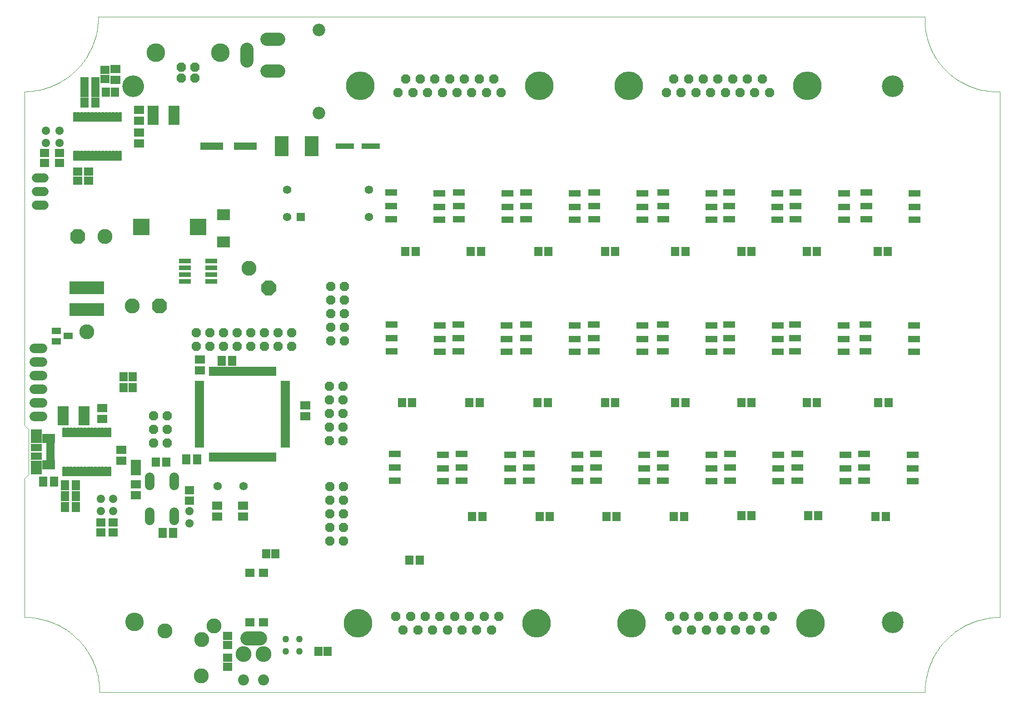
<source format=gts>
G75*
%MOIN*%
%OFA0B0*%
%FSLAX24Y24*%
%IPPOS*%
%LPD*%
%AMOC8*
5,1,8,0,0,1.08239X$1,22.5*
%
%ADD10C,0.0000*%
%ADD11C,0.1358*%
%ADD12C,0.1594*%
%ADD13OC8,0.0698*%
%ADD14C,0.0698*%
%ADD15C,0.0618*%
%ADD16R,0.0610X0.0728*%
%ADD17R,0.0728X0.0610*%
%ADD18R,0.0689X0.0610*%
%ADD19R,0.0689X0.0217*%
%ADD20R,0.0217X0.0689*%
%ADD21R,0.0610X0.0689*%
%ADD22C,0.0539*%
%ADD23C,0.0050*%
%ADD24OC8,0.0672*%
%ADD25C,0.1365*%
%ADD26R,0.0846X0.1437*%
%ADD27C,0.2098*%
%ADD28C,0.0958*%
%ADD29R,0.0858X0.0478*%
%ADD30C,0.0807*%
%ADD31C,0.1161*%
%ADD32C,0.1043*%
%ADD33C,0.1098*%
%ADD34R,0.0878X0.0318*%
%ADD35C,0.0220*%
%ADD36C,0.0498*%
%ADD37C,0.0925*%
%ADD38C,0.0658*%
%ADD39R,0.0650X0.0492*%
%ADD40R,0.0642X0.0276*%
%ADD41R,0.0925X0.0679*%
%ADD42R,0.0846X0.1033*%
%ADD43R,0.0846X0.0561*%
%ADD44R,0.0728X0.0558*%
%ADD45R,0.0720X0.0060*%
%ADD46R,0.0965X0.0807*%
%ADD47R,0.1248X0.1197*%
%ADD48OC8,0.1098*%
%ADD49R,0.2579X0.0965*%
%ADD50R,0.0613X0.0613*%
%ADD51C,0.0613*%
%ADD52R,0.0988X0.1478*%
%ADD53R,0.1698X0.0528*%
%ADD54R,0.1378X0.0398*%
D10*
X007949Y012893D02*
X007947Y013039D01*
X007941Y013186D01*
X007931Y013332D01*
X007918Y013478D01*
X007900Y013623D01*
X007879Y013768D01*
X007854Y013912D01*
X007825Y014056D01*
X007792Y014198D01*
X007755Y014340D01*
X007715Y014481D01*
X007671Y014620D01*
X007623Y014759D01*
X007571Y014896D01*
X007516Y015032D01*
X007457Y015166D01*
X007395Y015298D01*
X007329Y015429D01*
X007260Y015558D01*
X007188Y015685D01*
X007112Y015810D01*
X007032Y015933D01*
X006950Y016054D01*
X006864Y016173D01*
X006775Y016289D01*
X006683Y016403D01*
X006588Y016515D01*
X006490Y016624D01*
X006390Y016730D01*
X006286Y016834D01*
X006180Y016934D01*
X006071Y017032D01*
X005959Y017127D01*
X005845Y017219D01*
X005729Y017308D01*
X005610Y017394D01*
X005489Y017476D01*
X005366Y017556D01*
X005241Y017632D01*
X005114Y017704D01*
X004985Y017773D01*
X004854Y017839D01*
X004722Y017901D01*
X004588Y017960D01*
X004452Y018015D01*
X004315Y018067D01*
X004176Y018115D01*
X004037Y018159D01*
X003896Y018199D01*
X003754Y018236D01*
X003612Y018269D01*
X003468Y018298D01*
X003324Y018323D01*
X003179Y018344D01*
X003034Y018362D01*
X002888Y018375D01*
X002742Y018385D01*
X002595Y018391D01*
X002449Y018393D01*
X002449Y028593D01*
X002749Y028893D01*
X002749Y032193D01*
X002449Y032493D01*
X002428Y056993D01*
X002428Y056994D02*
X002573Y056997D01*
X002718Y057004D01*
X002863Y057015D01*
X003008Y057029D01*
X003152Y057048D01*
X003296Y057070D01*
X003439Y057096D01*
X003581Y057126D01*
X003722Y057160D01*
X003863Y057197D01*
X004002Y057238D01*
X004141Y057283D01*
X004278Y057331D01*
X004413Y057384D01*
X004548Y057439D01*
X004680Y057498D01*
X004811Y057561D01*
X004941Y057628D01*
X005068Y057697D01*
X005194Y057770D01*
X005318Y057847D01*
X005439Y057926D01*
X005559Y058009D01*
X005676Y058095D01*
X005791Y058184D01*
X005903Y058276D01*
X006013Y058371D01*
X006121Y058469D01*
X006225Y058570D01*
X006327Y058674D01*
X006427Y058780D01*
X006523Y058889D01*
X006617Y059000D01*
X006707Y059114D01*
X006794Y059230D01*
X006879Y059348D01*
X006960Y059469D01*
X007038Y059592D01*
X007112Y059716D01*
X007183Y059843D01*
X007251Y059972D01*
X007316Y060102D01*
X007376Y060234D01*
X007434Y060368D01*
X007487Y060503D01*
X007538Y060639D01*
X007584Y060777D01*
X007627Y060916D01*
X007666Y061056D01*
X007701Y061197D01*
X007733Y061339D01*
X007761Y061481D01*
X007785Y061625D01*
X007805Y061769D01*
X007821Y061913D01*
X007834Y062058D01*
X007842Y062203D01*
X007847Y062348D01*
X007848Y062494D01*
X007849Y062493D02*
X068499Y062493D01*
X068499Y062494D02*
X068495Y062350D01*
X068494Y062207D01*
X068498Y062064D01*
X068506Y061921D01*
X068517Y061778D01*
X068533Y061635D01*
X068552Y061493D01*
X068575Y061352D01*
X068602Y061211D01*
X068633Y061071D01*
X068667Y060932D01*
X068705Y060794D01*
X068747Y060657D01*
X068793Y060521D01*
X068842Y060387D01*
X068895Y060254D01*
X068952Y060122D01*
X069012Y059992D01*
X069076Y059864D01*
X069143Y059737D01*
X069213Y059612D01*
X069287Y059489D01*
X069364Y059369D01*
X069445Y059250D01*
X069528Y059134D01*
X069615Y059020D01*
X069705Y058908D01*
X069797Y058799D01*
X069893Y058692D01*
X069992Y058588D01*
X070093Y058487D01*
X070197Y058388D01*
X070304Y058292D01*
X070413Y058200D01*
X070525Y058110D01*
X070639Y058023D01*
X070755Y057940D01*
X070874Y057859D01*
X070994Y057782D01*
X071117Y057708D01*
X071242Y057638D01*
X071369Y057571D01*
X071497Y057507D01*
X071627Y057447D01*
X071759Y057390D01*
X071892Y057337D01*
X072026Y057288D01*
X072162Y057242D01*
X072299Y057200D01*
X072437Y057162D01*
X072576Y057128D01*
X072716Y057097D01*
X072857Y057070D01*
X072998Y057047D01*
X073140Y057028D01*
X073283Y057012D01*
X073426Y057001D01*
X073569Y056993D01*
X073712Y056989D01*
X073855Y056990D01*
X073999Y056994D01*
X073999Y056993D02*
X073999Y018393D01*
X073853Y018391D01*
X073706Y018385D01*
X073560Y018375D01*
X073414Y018362D01*
X073269Y018344D01*
X073124Y018323D01*
X072980Y018298D01*
X072836Y018269D01*
X072694Y018236D01*
X072552Y018199D01*
X072411Y018159D01*
X072272Y018115D01*
X072133Y018067D01*
X071996Y018015D01*
X071860Y017960D01*
X071726Y017901D01*
X071594Y017839D01*
X071463Y017773D01*
X071334Y017704D01*
X071207Y017632D01*
X071082Y017556D01*
X070959Y017476D01*
X070838Y017394D01*
X070719Y017308D01*
X070603Y017219D01*
X070489Y017127D01*
X070377Y017032D01*
X070268Y016934D01*
X070162Y016834D01*
X070058Y016730D01*
X069958Y016624D01*
X069860Y016515D01*
X069765Y016403D01*
X069673Y016289D01*
X069584Y016173D01*
X069498Y016054D01*
X069416Y015933D01*
X069336Y015810D01*
X069260Y015685D01*
X069188Y015558D01*
X069119Y015429D01*
X069053Y015298D01*
X068991Y015166D01*
X068932Y015032D01*
X068877Y014896D01*
X068825Y014759D01*
X068777Y014620D01*
X068733Y014481D01*
X068693Y014340D01*
X068656Y014198D01*
X068623Y014056D01*
X068594Y013912D01*
X068569Y013768D01*
X068548Y013623D01*
X068530Y013478D01*
X068517Y013332D01*
X068507Y013186D01*
X068501Y013039D01*
X068499Y012893D01*
X007949Y012893D01*
X009881Y018037D02*
X009883Y018087D01*
X009889Y018137D01*
X009899Y018186D01*
X009913Y018234D01*
X009930Y018281D01*
X009951Y018326D01*
X009976Y018370D01*
X010004Y018411D01*
X010036Y018450D01*
X010070Y018487D01*
X010107Y018521D01*
X010147Y018551D01*
X010189Y018578D01*
X010233Y018602D01*
X010279Y018623D01*
X010326Y018639D01*
X010374Y018652D01*
X010424Y018661D01*
X010473Y018666D01*
X010524Y018667D01*
X010574Y018664D01*
X010623Y018657D01*
X010672Y018646D01*
X010720Y018631D01*
X010766Y018613D01*
X010811Y018591D01*
X010854Y018565D01*
X010895Y018536D01*
X010934Y018504D01*
X010970Y018469D01*
X011002Y018431D01*
X011032Y018391D01*
X011059Y018348D01*
X011082Y018304D01*
X011101Y018258D01*
X011117Y018210D01*
X011129Y018161D01*
X011137Y018112D01*
X011141Y018062D01*
X011141Y018012D01*
X011137Y017962D01*
X011129Y017913D01*
X011117Y017864D01*
X011101Y017816D01*
X011082Y017770D01*
X011059Y017726D01*
X011032Y017683D01*
X011002Y017643D01*
X010970Y017605D01*
X010934Y017570D01*
X010895Y017538D01*
X010854Y017509D01*
X010811Y017483D01*
X010766Y017461D01*
X010720Y017443D01*
X010672Y017428D01*
X010623Y017417D01*
X010574Y017410D01*
X010524Y017407D01*
X010473Y017408D01*
X010424Y017413D01*
X010374Y017422D01*
X010326Y017435D01*
X010279Y017451D01*
X010233Y017472D01*
X010189Y017496D01*
X010147Y017523D01*
X010107Y017553D01*
X010070Y017587D01*
X010036Y017624D01*
X010004Y017663D01*
X009976Y017704D01*
X009951Y017748D01*
X009930Y017793D01*
X009913Y017840D01*
X009899Y017888D01*
X009889Y017937D01*
X009883Y017987D01*
X009881Y018037D01*
X018137Y013802D02*
X018139Y013839D01*
X018145Y013876D01*
X018154Y013911D01*
X018168Y013946D01*
X018184Y013979D01*
X018205Y014010D01*
X018228Y014039D01*
X018254Y014065D01*
X018283Y014088D01*
X018314Y014109D01*
X018347Y014125D01*
X018382Y014139D01*
X018417Y014148D01*
X018454Y014154D01*
X018491Y014156D01*
X018528Y014154D01*
X018565Y014148D01*
X018600Y014139D01*
X018635Y014125D01*
X018668Y014109D01*
X018699Y014088D01*
X018728Y014065D01*
X018754Y014039D01*
X018777Y014010D01*
X018798Y013979D01*
X018814Y013946D01*
X018828Y013911D01*
X018837Y013876D01*
X018843Y013839D01*
X018845Y013802D01*
X018843Y013765D01*
X018837Y013728D01*
X018828Y013693D01*
X018814Y013658D01*
X018798Y013625D01*
X018777Y013594D01*
X018754Y013565D01*
X018728Y013539D01*
X018699Y013516D01*
X018668Y013495D01*
X018635Y013479D01*
X018600Y013465D01*
X018565Y013456D01*
X018528Y013450D01*
X018491Y013448D01*
X018454Y013450D01*
X018417Y013456D01*
X018382Y013465D01*
X018347Y013479D01*
X018314Y013495D01*
X018283Y013516D01*
X018254Y013539D01*
X018228Y013565D01*
X018205Y013594D01*
X018184Y013625D01*
X018168Y013658D01*
X018154Y013693D01*
X018145Y013728D01*
X018139Y013765D01*
X018137Y013802D01*
X019633Y013802D02*
X019635Y013839D01*
X019641Y013876D01*
X019650Y013911D01*
X019664Y013946D01*
X019680Y013979D01*
X019701Y014010D01*
X019724Y014039D01*
X019750Y014065D01*
X019779Y014088D01*
X019810Y014109D01*
X019843Y014125D01*
X019878Y014139D01*
X019913Y014148D01*
X019950Y014154D01*
X019987Y014156D01*
X020024Y014154D01*
X020061Y014148D01*
X020096Y014139D01*
X020131Y014125D01*
X020164Y014109D01*
X020195Y014088D01*
X020224Y014065D01*
X020250Y014039D01*
X020273Y014010D01*
X020294Y013979D01*
X020310Y013946D01*
X020324Y013911D01*
X020333Y013876D01*
X020339Y013839D01*
X020341Y013802D01*
X020339Y013765D01*
X020333Y013728D01*
X020324Y013693D01*
X020310Y013658D01*
X020294Y013625D01*
X020273Y013594D01*
X020250Y013565D01*
X020224Y013539D01*
X020195Y013516D01*
X020164Y013495D01*
X020131Y013479D01*
X020096Y013465D01*
X020061Y013456D01*
X020024Y013450D01*
X019987Y013448D01*
X019950Y013450D01*
X019913Y013456D01*
X019878Y013465D01*
X019843Y013479D01*
X019810Y013495D01*
X019779Y013516D01*
X019750Y013539D01*
X019724Y013565D01*
X019701Y013594D01*
X019680Y013625D01*
X019664Y013658D01*
X019650Y013693D01*
X019641Y013728D01*
X019635Y013765D01*
X019633Y013802D01*
X065377Y018021D02*
X065379Y018076D01*
X065385Y018130D01*
X065395Y018184D01*
X065409Y018236D01*
X065426Y018288D01*
X065448Y018338D01*
X065473Y018387D01*
X065501Y018434D01*
X065533Y018478D01*
X065568Y018520D01*
X065606Y018559D01*
X065647Y018596D01*
X065690Y018629D01*
X065735Y018659D01*
X065783Y018686D01*
X065832Y018709D01*
X065883Y018729D01*
X065936Y018745D01*
X065989Y018757D01*
X066043Y018765D01*
X066098Y018769D01*
X066152Y018769D01*
X066207Y018765D01*
X066261Y018757D01*
X066314Y018745D01*
X066367Y018729D01*
X066418Y018709D01*
X066467Y018686D01*
X066515Y018659D01*
X066560Y018629D01*
X066603Y018596D01*
X066644Y018559D01*
X066682Y018520D01*
X066717Y018478D01*
X066749Y018434D01*
X066777Y018387D01*
X066802Y018338D01*
X066824Y018288D01*
X066841Y018236D01*
X066855Y018184D01*
X066865Y018130D01*
X066871Y018076D01*
X066873Y018021D01*
X066871Y017966D01*
X066865Y017912D01*
X066855Y017858D01*
X066841Y017806D01*
X066824Y017754D01*
X066802Y017704D01*
X066777Y017655D01*
X066749Y017608D01*
X066717Y017564D01*
X066682Y017522D01*
X066644Y017483D01*
X066603Y017446D01*
X066560Y017413D01*
X066515Y017383D01*
X066467Y017356D01*
X066418Y017333D01*
X066367Y017313D01*
X066314Y017297D01*
X066261Y017285D01*
X066207Y017277D01*
X066152Y017273D01*
X066098Y017273D01*
X066043Y017277D01*
X065989Y017285D01*
X065936Y017297D01*
X065883Y017313D01*
X065832Y017333D01*
X065783Y017356D01*
X065735Y017383D01*
X065690Y017413D01*
X065647Y017446D01*
X065606Y017483D01*
X065568Y017522D01*
X065533Y017564D01*
X065501Y017608D01*
X065473Y017655D01*
X065448Y017704D01*
X065426Y017754D01*
X065409Y017806D01*
X065395Y017858D01*
X065385Y017912D01*
X065379Y017966D01*
X065377Y018021D01*
X065377Y057391D02*
X065379Y057446D01*
X065385Y057500D01*
X065395Y057554D01*
X065409Y057606D01*
X065426Y057658D01*
X065448Y057708D01*
X065473Y057757D01*
X065501Y057804D01*
X065533Y057848D01*
X065568Y057890D01*
X065606Y057929D01*
X065647Y057966D01*
X065690Y057999D01*
X065735Y058029D01*
X065783Y058056D01*
X065832Y058079D01*
X065883Y058099D01*
X065936Y058115D01*
X065989Y058127D01*
X066043Y058135D01*
X066098Y058139D01*
X066152Y058139D01*
X066207Y058135D01*
X066261Y058127D01*
X066314Y058115D01*
X066367Y058099D01*
X066418Y058079D01*
X066467Y058056D01*
X066515Y058029D01*
X066560Y057999D01*
X066603Y057966D01*
X066644Y057929D01*
X066682Y057890D01*
X066717Y057848D01*
X066749Y057804D01*
X066777Y057757D01*
X066802Y057708D01*
X066824Y057658D01*
X066841Y057606D01*
X066855Y057554D01*
X066865Y057500D01*
X066871Y057446D01*
X066873Y057391D01*
X066871Y057336D01*
X066865Y057282D01*
X066855Y057228D01*
X066841Y057176D01*
X066824Y057124D01*
X066802Y057074D01*
X066777Y057025D01*
X066749Y056978D01*
X066717Y056934D01*
X066682Y056892D01*
X066644Y056853D01*
X066603Y056816D01*
X066560Y056783D01*
X066515Y056753D01*
X066467Y056726D01*
X066418Y056703D01*
X066367Y056683D01*
X066314Y056667D01*
X066261Y056655D01*
X066207Y056647D01*
X066152Y056643D01*
X066098Y056643D01*
X066043Y056647D01*
X065989Y056655D01*
X065936Y056667D01*
X065883Y056683D01*
X065832Y056703D01*
X065783Y056726D01*
X065735Y056753D01*
X065690Y056783D01*
X065647Y056816D01*
X065606Y056853D01*
X065568Y056892D01*
X065533Y056934D01*
X065501Y056978D01*
X065473Y057025D01*
X065448Y057074D01*
X065426Y057124D01*
X065409Y057176D01*
X065395Y057228D01*
X065385Y057282D01*
X065379Y057336D01*
X065377Y057391D01*
X009668Y057391D02*
X009670Y057446D01*
X009676Y057500D01*
X009686Y057554D01*
X009700Y057606D01*
X009717Y057658D01*
X009739Y057708D01*
X009764Y057757D01*
X009792Y057804D01*
X009824Y057848D01*
X009859Y057890D01*
X009897Y057929D01*
X009938Y057966D01*
X009981Y057999D01*
X010026Y058029D01*
X010074Y058056D01*
X010123Y058079D01*
X010174Y058099D01*
X010227Y058115D01*
X010280Y058127D01*
X010334Y058135D01*
X010389Y058139D01*
X010443Y058139D01*
X010498Y058135D01*
X010552Y058127D01*
X010605Y058115D01*
X010658Y058099D01*
X010709Y058079D01*
X010758Y058056D01*
X010806Y058029D01*
X010851Y057999D01*
X010894Y057966D01*
X010935Y057929D01*
X010973Y057890D01*
X011008Y057848D01*
X011040Y057804D01*
X011068Y057757D01*
X011093Y057708D01*
X011115Y057658D01*
X011132Y057606D01*
X011146Y057554D01*
X011156Y057500D01*
X011162Y057446D01*
X011164Y057391D01*
X011162Y057336D01*
X011156Y057282D01*
X011146Y057228D01*
X011132Y057176D01*
X011115Y057124D01*
X011093Y057074D01*
X011068Y057025D01*
X011040Y056978D01*
X011008Y056934D01*
X010973Y056892D01*
X010935Y056853D01*
X010894Y056816D01*
X010851Y056783D01*
X010806Y056753D01*
X010758Y056726D01*
X010709Y056703D01*
X010658Y056683D01*
X010605Y056667D01*
X010552Y056655D01*
X010498Y056647D01*
X010443Y056643D01*
X010389Y056643D01*
X010334Y056647D01*
X010280Y056655D01*
X010227Y056667D01*
X010174Y056683D01*
X010123Y056703D01*
X010074Y056726D01*
X010026Y056753D01*
X009981Y056783D01*
X009938Y056816D01*
X009897Y056853D01*
X009859Y056892D01*
X009824Y056934D01*
X009792Y056978D01*
X009764Y057025D01*
X009739Y057074D01*
X009717Y057124D01*
X009700Y057176D01*
X009686Y057228D01*
X009676Y057282D01*
X009670Y057336D01*
X009668Y057391D01*
D11*
X010511Y018037D03*
D12*
X010416Y057391D03*
X066125Y057391D03*
X066125Y018021D03*
D13*
X057318Y018448D03*
X056238Y018448D03*
X055158Y018448D03*
X054078Y018448D03*
X052998Y018448D03*
X051918Y018448D03*
X050838Y018448D03*
X049758Y018448D03*
X050298Y017448D03*
X051378Y017448D03*
X052458Y017448D03*
X053538Y017448D03*
X054618Y017448D03*
X055698Y017448D03*
X056778Y017448D03*
X037238Y018448D03*
X036158Y018448D03*
X035078Y018448D03*
X033998Y018448D03*
X032918Y018448D03*
X031838Y018448D03*
X030758Y018448D03*
X029678Y018448D03*
X030218Y017448D03*
X031298Y017448D03*
X032378Y017448D03*
X033458Y017448D03*
X034538Y017448D03*
X035618Y017448D03*
X036698Y017448D03*
X025849Y023993D03*
X024849Y023993D03*
X024849Y024993D03*
X025849Y024993D03*
X025849Y025993D03*
X024849Y025993D03*
X024849Y026993D03*
X025849Y026993D03*
X025849Y027993D03*
X024849Y027993D03*
X024799Y031343D03*
X025799Y031343D03*
X025799Y032343D03*
X025799Y033343D03*
X024799Y033343D03*
X024799Y032343D03*
X024799Y034343D03*
X025799Y034343D03*
X025799Y035343D03*
X024799Y035343D03*
X022049Y038293D03*
X022049Y039293D03*
X021049Y039293D03*
X020049Y039293D03*
X019049Y039293D03*
X018049Y039293D03*
X017049Y039293D03*
X016049Y039293D03*
X015049Y039293D03*
X015049Y038293D03*
X016049Y038293D03*
X017049Y038293D03*
X018049Y038293D03*
X019049Y038293D03*
X020049Y038293D03*
X021049Y038293D03*
X024899Y038693D03*
X025899Y038693D03*
X025899Y039693D03*
X025899Y040693D03*
X024899Y040693D03*
X024899Y039693D03*
X024899Y041693D03*
X025899Y041693D03*
X025899Y042693D03*
X024899Y042693D03*
X012899Y033193D03*
X011899Y033193D03*
X011899Y032193D03*
X012899Y032193D03*
X012899Y031193D03*
X011899Y031193D03*
X029853Y056924D03*
X030933Y056924D03*
X032013Y056924D03*
X033093Y056924D03*
X034173Y056924D03*
X035253Y056924D03*
X036333Y056924D03*
X037413Y056924D03*
X036873Y057924D03*
X035793Y057924D03*
X034713Y057924D03*
X033633Y057924D03*
X032553Y057924D03*
X031473Y057924D03*
X030393Y057924D03*
X049540Y056924D03*
X050620Y056924D03*
X051700Y056924D03*
X052780Y056924D03*
X053860Y056924D03*
X054940Y056924D03*
X056020Y056924D03*
X057100Y056924D03*
X056560Y057924D03*
X055480Y057924D03*
X054400Y057924D03*
X053320Y057924D03*
X052240Y057924D03*
X051160Y057924D03*
X050080Y057924D03*
D14*
X013389Y028673D02*
X013389Y028073D01*
X011609Y028073D02*
X011609Y028673D01*
X011609Y026113D02*
X011609Y025513D01*
X013389Y025513D02*
X013389Y026113D01*
X003749Y033143D02*
X003149Y033143D01*
X003149Y034143D02*
X003749Y034143D01*
X003749Y035143D02*
X003149Y035143D01*
X003149Y036143D02*
X003749Y036143D01*
X003749Y037143D02*
X003149Y037143D01*
X003149Y038143D02*
X003749Y038143D01*
D15*
X016602Y028007D03*
X018502Y028007D03*
D16*
X015092Y029993D03*
X014305Y029993D03*
X013348Y024602D03*
X012561Y024602D03*
X006192Y026493D03*
X005405Y026493D03*
X005405Y027293D03*
X006192Y027293D03*
X006192Y028093D03*
X005405Y028093D03*
X004592Y028343D03*
X003805Y028343D03*
X016899Y037215D03*
X017686Y037215D03*
X007642Y056193D03*
X007642Y056943D03*
X007642Y057693D03*
X006855Y057693D03*
X006855Y056943D03*
X006855Y056193D03*
D17*
X009099Y057850D03*
X009099Y058637D03*
X010849Y055637D03*
X010849Y054850D03*
X010849Y053987D03*
X010849Y053200D03*
X015299Y037317D03*
X015299Y036530D03*
X008149Y033737D03*
X008149Y032950D03*
X009549Y030687D03*
X009549Y029900D03*
X010599Y028137D03*
X010599Y027350D03*
X016577Y026576D03*
X016577Y025789D03*
X018477Y025789D03*
X018477Y026576D03*
X023049Y033150D03*
X023049Y033937D03*
D18*
X014549Y027717D03*
X014549Y026969D03*
X008949Y025367D03*
X008949Y024619D03*
X008049Y024619D03*
X008049Y025367D03*
X018968Y021637D03*
X019964Y021637D03*
X019964Y018015D03*
X018968Y018015D03*
X017349Y017028D03*
X017349Y016359D03*
X017349Y015428D03*
X017349Y014759D03*
X007149Y050459D03*
X007149Y051128D03*
X006349Y051128D03*
X006349Y050459D03*
X005000Y051745D03*
X003900Y051745D03*
X003900Y052493D03*
X005000Y052493D03*
X008349Y057909D03*
X008349Y058578D03*
D19*
X015288Y035662D03*
X015288Y035465D03*
X015288Y035268D03*
X015288Y035071D03*
X015288Y034874D03*
X015288Y034678D03*
X015288Y034481D03*
X015288Y034284D03*
X015288Y034087D03*
X015288Y033890D03*
X015288Y033693D03*
X015288Y033496D03*
X015288Y033300D03*
X015288Y033103D03*
X015288Y032906D03*
X015288Y032709D03*
X015288Y032512D03*
X015288Y032315D03*
X015288Y032118D03*
X015288Y031922D03*
X015288Y031725D03*
X015288Y031528D03*
X015288Y031331D03*
X015288Y031134D03*
X015288Y030937D03*
X021587Y030937D03*
X021587Y031134D03*
X021587Y031331D03*
X021587Y031528D03*
X021587Y031725D03*
X021587Y031922D03*
X021587Y032118D03*
X021587Y032315D03*
X021587Y032512D03*
X021587Y032709D03*
X021587Y032906D03*
X021587Y033103D03*
X021587Y033300D03*
X021587Y033496D03*
X021587Y033693D03*
X021587Y033890D03*
X021587Y034087D03*
X021587Y034284D03*
X021587Y034481D03*
X021587Y034678D03*
X021587Y034874D03*
X021587Y035071D03*
X021587Y035268D03*
X021587Y035465D03*
X021587Y035662D03*
D20*
X020800Y036449D03*
X020603Y036449D03*
X020406Y036449D03*
X020209Y036449D03*
X020012Y036449D03*
X019816Y036449D03*
X019619Y036449D03*
X019422Y036449D03*
X019225Y036449D03*
X019028Y036449D03*
X018831Y036449D03*
X018635Y036449D03*
X018438Y036449D03*
X018241Y036449D03*
X018044Y036449D03*
X017847Y036449D03*
X017650Y036449D03*
X017453Y036449D03*
X017257Y036449D03*
X017060Y036449D03*
X016863Y036449D03*
X016666Y036449D03*
X016469Y036449D03*
X016272Y036449D03*
X016075Y036449D03*
X016075Y030150D03*
X016272Y030150D03*
X016469Y030150D03*
X016666Y030150D03*
X016863Y030150D03*
X017060Y030150D03*
X017257Y030150D03*
X017453Y030150D03*
X017650Y030150D03*
X017847Y030150D03*
X018044Y030150D03*
X018241Y030150D03*
X018438Y030150D03*
X018635Y030150D03*
X018831Y030150D03*
X019028Y030150D03*
X019225Y030150D03*
X019422Y030150D03*
X019619Y030150D03*
X019816Y030150D03*
X020012Y030150D03*
X020209Y030150D03*
X020406Y030150D03*
X020603Y030150D03*
X020800Y030150D03*
D21*
X012823Y029793D03*
X012074Y029793D03*
X010383Y035243D03*
X009714Y035243D03*
X009714Y036043D03*
X010383Y036043D03*
X020166Y023044D03*
X020835Y023044D03*
X023989Y015893D03*
X024658Y015893D03*
X030674Y022573D03*
X031423Y022573D03*
X035274Y025793D03*
X036023Y025793D03*
X040224Y025793D03*
X040973Y025793D03*
X045124Y025793D03*
X045873Y025793D03*
X050074Y025793D03*
X050823Y025793D03*
X055024Y025843D03*
X055773Y025843D03*
X059924Y025843D03*
X060673Y025843D03*
X064874Y025793D03*
X065623Y025793D03*
X065823Y034143D03*
X065074Y034143D03*
X060573Y034143D03*
X059824Y034143D03*
X055773Y034143D03*
X055024Y034143D03*
X050923Y034143D03*
X050174Y034143D03*
X045773Y034143D03*
X045024Y034143D03*
X040823Y034143D03*
X040074Y034143D03*
X035823Y034143D03*
X035074Y034143D03*
X030873Y034143D03*
X030124Y034143D03*
X030374Y045243D03*
X031123Y045243D03*
X035174Y045243D03*
X035923Y045243D03*
X040124Y045243D03*
X040873Y045243D03*
X045024Y045243D03*
X045773Y045243D03*
X050174Y045243D03*
X050923Y045243D03*
X055024Y045243D03*
X055773Y045243D03*
X059824Y045243D03*
X060573Y045243D03*
X065024Y045243D03*
X065773Y045243D03*
X009083Y056943D03*
X008414Y056943D03*
D22*
X005030Y054159D02*
X004970Y054159D01*
X005030Y054159D02*
X005030Y054099D01*
X004970Y054099D01*
X004970Y054159D01*
X004970Y053259D02*
X005030Y053259D01*
X005030Y053199D01*
X004970Y053199D01*
X004970Y053259D01*
X004030Y053259D02*
X003970Y053259D01*
X004030Y053259D02*
X004030Y053199D01*
X003970Y053199D01*
X003970Y053259D01*
X003970Y054159D02*
X004030Y054159D01*
X004030Y054099D01*
X003970Y054099D01*
X003970Y054159D01*
X008019Y027123D02*
X008079Y027123D01*
X008079Y027063D01*
X008019Y027063D01*
X008019Y027123D01*
X008919Y027123D02*
X008979Y027123D01*
X008979Y027063D01*
X008919Y027063D01*
X008919Y027123D01*
X008919Y026223D02*
X008979Y026223D01*
X008979Y026163D01*
X008919Y026163D01*
X008919Y026223D01*
X008079Y026223D02*
X008019Y026223D01*
X008079Y026223D02*
X008079Y026163D01*
X008019Y026163D01*
X008019Y026223D01*
X014519Y026163D02*
X014579Y026163D01*
X014519Y026163D02*
X014519Y026223D01*
X014579Y026223D01*
X014579Y026163D01*
X014579Y025263D02*
X014519Y025263D01*
X014519Y025323D01*
X014579Y025323D01*
X014579Y025263D01*
D23*
X008761Y029435D02*
X008563Y029435D01*
X008761Y029435D02*
X008761Y028797D01*
X008563Y028797D01*
X008563Y029435D01*
X008563Y028846D02*
X008761Y028846D01*
X008761Y028895D02*
X008563Y028895D01*
X008563Y028944D02*
X008761Y028944D01*
X008761Y028993D02*
X008563Y028993D01*
X008563Y029042D02*
X008761Y029042D01*
X008761Y029091D02*
X008563Y029091D01*
X008563Y029140D02*
X008761Y029140D01*
X008761Y029189D02*
X008563Y029189D01*
X008563Y029238D02*
X008761Y029238D01*
X008761Y029287D02*
X008563Y029287D01*
X008563Y029336D02*
X008761Y029336D01*
X008761Y029385D02*
X008563Y029385D01*
X008563Y029434D02*
X008761Y029434D01*
X008505Y029435D02*
X008307Y029435D01*
X008505Y029435D02*
X008505Y028797D01*
X008307Y028797D01*
X008307Y029435D01*
X008307Y028846D02*
X008505Y028846D01*
X008505Y028895D02*
X008307Y028895D01*
X008307Y028944D02*
X008505Y028944D01*
X008505Y028993D02*
X008307Y028993D01*
X008307Y029042D02*
X008505Y029042D01*
X008505Y029091D02*
X008307Y029091D01*
X008307Y029140D02*
X008505Y029140D01*
X008505Y029189D02*
X008307Y029189D01*
X008307Y029238D02*
X008505Y029238D01*
X008505Y029287D02*
X008307Y029287D01*
X008307Y029336D02*
X008505Y029336D01*
X008505Y029385D02*
X008307Y029385D01*
X008307Y029434D02*
X008505Y029434D01*
X008249Y029435D02*
X008051Y029435D01*
X008249Y029435D02*
X008249Y028797D01*
X008051Y028797D01*
X008051Y029435D01*
X008051Y028846D02*
X008249Y028846D01*
X008249Y028895D02*
X008051Y028895D01*
X008051Y028944D02*
X008249Y028944D01*
X008249Y028993D02*
X008051Y028993D01*
X008051Y029042D02*
X008249Y029042D01*
X008249Y029091D02*
X008051Y029091D01*
X008051Y029140D02*
X008249Y029140D01*
X008249Y029189D02*
X008051Y029189D01*
X008051Y029238D02*
X008249Y029238D01*
X008249Y029287D02*
X008051Y029287D01*
X008051Y029336D02*
X008249Y029336D01*
X008249Y029385D02*
X008051Y029385D01*
X008051Y029434D02*
X008249Y029434D01*
X007993Y029435D02*
X007795Y029435D01*
X007993Y029435D02*
X007993Y028797D01*
X007795Y028797D01*
X007795Y029435D01*
X007795Y028846D02*
X007993Y028846D01*
X007993Y028895D02*
X007795Y028895D01*
X007795Y028944D02*
X007993Y028944D01*
X007993Y028993D02*
X007795Y028993D01*
X007795Y029042D02*
X007993Y029042D01*
X007993Y029091D02*
X007795Y029091D01*
X007795Y029140D02*
X007993Y029140D01*
X007993Y029189D02*
X007795Y029189D01*
X007795Y029238D02*
X007993Y029238D01*
X007993Y029287D02*
X007795Y029287D01*
X007795Y029336D02*
X007993Y029336D01*
X007993Y029385D02*
X007795Y029385D01*
X007795Y029434D02*
X007993Y029434D01*
X007737Y029435D02*
X007539Y029435D01*
X007737Y029435D02*
X007737Y028797D01*
X007539Y028797D01*
X007539Y029435D01*
X007539Y028846D02*
X007737Y028846D01*
X007737Y028895D02*
X007539Y028895D01*
X007539Y028944D02*
X007737Y028944D01*
X007737Y028993D02*
X007539Y028993D01*
X007539Y029042D02*
X007737Y029042D01*
X007737Y029091D02*
X007539Y029091D01*
X007539Y029140D02*
X007737Y029140D01*
X007737Y029189D02*
X007539Y029189D01*
X007539Y029238D02*
X007737Y029238D01*
X007737Y029287D02*
X007539Y029287D01*
X007539Y029336D02*
X007737Y029336D01*
X007737Y029385D02*
X007539Y029385D01*
X007539Y029434D02*
X007737Y029434D01*
X007481Y029435D02*
X007283Y029435D01*
X007481Y029435D02*
X007481Y028797D01*
X007283Y028797D01*
X007283Y029435D01*
X007283Y028846D02*
X007481Y028846D01*
X007481Y028895D02*
X007283Y028895D01*
X007283Y028944D02*
X007481Y028944D01*
X007481Y028993D02*
X007283Y028993D01*
X007283Y029042D02*
X007481Y029042D01*
X007481Y029091D02*
X007283Y029091D01*
X007283Y029140D02*
X007481Y029140D01*
X007481Y029189D02*
X007283Y029189D01*
X007283Y029238D02*
X007481Y029238D01*
X007481Y029287D02*
X007283Y029287D01*
X007283Y029336D02*
X007481Y029336D01*
X007481Y029385D02*
X007283Y029385D01*
X007283Y029434D02*
X007481Y029434D01*
X007225Y029435D02*
X007027Y029435D01*
X007225Y029435D02*
X007225Y028797D01*
X007027Y028797D01*
X007027Y029435D01*
X007027Y028846D02*
X007225Y028846D01*
X007225Y028895D02*
X007027Y028895D01*
X007027Y028944D02*
X007225Y028944D01*
X007225Y028993D02*
X007027Y028993D01*
X007027Y029042D02*
X007225Y029042D01*
X007225Y029091D02*
X007027Y029091D01*
X007027Y029140D02*
X007225Y029140D01*
X007225Y029189D02*
X007027Y029189D01*
X007027Y029238D02*
X007225Y029238D01*
X007225Y029287D02*
X007027Y029287D01*
X007027Y029336D02*
X007225Y029336D01*
X007225Y029385D02*
X007027Y029385D01*
X007027Y029434D02*
X007225Y029434D01*
X006970Y029435D02*
X006772Y029435D01*
X006970Y029435D02*
X006970Y028797D01*
X006772Y028797D01*
X006772Y029435D01*
X006772Y028846D02*
X006970Y028846D01*
X006970Y028895D02*
X006772Y028895D01*
X006772Y028944D02*
X006970Y028944D01*
X006970Y028993D02*
X006772Y028993D01*
X006772Y029042D02*
X006970Y029042D01*
X006970Y029091D02*
X006772Y029091D01*
X006772Y029140D02*
X006970Y029140D01*
X006970Y029189D02*
X006772Y029189D01*
X006772Y029238D02*
X006970Y029238D01*
X006970Y029287D02*
X006772Y029287D01*
X006772Y029336D02*
X006970Y029336D01*
X006970Y029385D02*
X006772Y029385D01*
X006772Y029434D02*
X006970Y029434D01*
X006714Y029435D02*
X006516Y029435D01*
X006714Y029435D02*
X006714Y028797D01*
X006516Y028797D01*
X006516Y029435D01*
X006516Y028846D02*
X006714Y028846D01*
X006714Y028895D02*
X006516Y028895D01*
X006516Y028944D02*
X006714Y028944D01*
X006714Y028993D02*
X006516Y028993D01*
X006516Y029042D02*
X006714Y029042D01*
X006714Y029091D02*
X006516Y029091D01*
X006516Y029140D02*
X006714Y029140D01*
X006714Y029189D02*
X006516Y029189D01*
X006516Y029238D02*
X006714Y029238D01*
X006714Y029287D02*
X006516Y029287D01*
X006516Y029336D02*
X006714Y029336D01*
X006714Y029385D02*
X006516Y029385D01*
X006516Y029434D02*
X006714Y029434D01*
X006458Y029435D02*
X006260Y029435D01*
X006458Y029435D02*
X006458Y028797D01*
X006260Y028797D01*
X006260Y029435D01*
X006260Y028846D02*
X006458Y028846D01*
X006458Y028895D02*
X006260Y028895D01*
X006260Y028944D02*
X006458Y028944D01*
X006458Y028993D02*
X006260Y028993D01*
X006260Y029042D02*
X006458Y029042D01*
X006458Y029091D02*
X006260Y029091D01*
X006260Y029140D02*
X006458Y029140D01*
X006458Y029189D02*
X006260Y029189D01*
X006260Y029238D02*
X006458Y029238D01*
X006458Y029287D02*
X006260Y029287D01*
X006260Y029336D02*
X006458Y029336D01*
X006458Y029385D02*
X006260Y029385D01*
X006260Y029434D02*
X006458Y029434D01*
X006202Y029435D02*
X006004Y029435D01*
X006202Y029435D02*
X006202Y028797D01*
X006004Y028797D01*
X006004Y029435D01*
X006004Y028846D02*
X006202Y028846D01*
X006202Y028895D02*
X006004Y028895D01*
X006004Y028944D02*
X006202Y028944D01*
X006202Y028993D02*
X006004Y028993D01*
X006004Y029042D02*
X006202Y029042D01*
X006202Y029091D02*
X006004Y029091D01*
X006004Y029140D02*
X006202Y029140D01*
X006202Y029189D02*
X006004Y029189D01*
X006004Y029238D02*
X006202Y029238D01*
X006202Y029287D02*
X006004Y029287D01*
X006004Y029336D02*
X006202Y029336D01*
X006202Y029385D02*
X006004Y029385D01*
X006004Y029434D02*
X006202Y029434D01*
X005946Y029435D02*
X005748Y029435D01*
X005946Y029435D02*
X005946Y028797D01*
X005748Y028797D01*
X005748Y029435D01*
X005748Y028846D02*
X005946Y028846D01*
X005946Y028895D02*
X005748Y028895D01*
X005748Y028944D02*
X005946Y028944D01*
X005946Y028993D02*
X005748Y028993D01*
X005748Y029042D02*
X005946Y029042D01*
X005946Y029091D02*
X005748Y029091D01*
X005748Y029140D02*
X005946Y029140D01*
X005946Y029189D02*
X005748Y029189D01*
X005748Y029238D02*
X005946Y029238D01*
X005946Y029287D02*
X005748Y029287D01*
X005748Y029336D02*
X005946Y029336D01*
X005946Y029385D02*
X005748Y029385D01*
X005748Y029434D02*
X005946Y029434D01*
X005690Y029435D02*
X005492Y029435D01*
X005690Y029435D02*
X005690Y028797D01*
X005492Y028797D01*
X005492Y029435D01*
X005492Y028846D02*
X005690Y028846D01*
X005690Y028895D02*
X005492Y028895D01*
X005492Y028944D02*
X005690Y028944D01*
X005690Y028993D02*
X005492Y028993D01*
X005492Y029042D02*
X005690Y029042D01*
X005690Y029091D02*
X005492Y029091D01*
X005492Y029140D02*
X005690Y029140D01*
X005690Y029189D02*
X005492Y029189D01*
X005492Y029238D02*
X005690Y029238D01*
X005690Y029287D02*
X005492Y029287D01*
X005492Y029336D02*
X005690Y029336D01*
X005690Y029385D02*
X005492Y029385D01*
X005492Y029434D02*
X005690Y029434D01*
X005434Y029435D02*
X005236Y029435D01*
X005434Y029435D02*
X005434Y028797D01*
X005236Y028797D01*
X005236Y029435D01*
X005236Y028846D02*
X005434Y028846D01*
X005434Y028895D02*
X005236Y028895D01*
X005236Y028944D02*
X005434Y028944D01*
X005434Y028993D02*
X005236Y028993D01*
X005236Y029042D02*
X005434Y029042D01*
X005434Y029091D02*
X005236Y029091D01*
X005236Y029140D02*
X005434Y029140D01*
X005434Y029189D02*
X005236Y029189D01*
X005236Y029238D02*
X005434Y029238D01*
X005434Y029287D02*
X005236Y029287D01*
X005236Y029336D02*
X005434Y029336D01*
X005434Y029385D02*
X005236Y029385D01*
X005236Y029434D02*
X005434Y029434D01*
X005434Y032289D02*
X005236Y032289D01*
X005434Y032289D02*
X005434Y031651D01*
X005236Y031651D01*
X005236Y032289D01*
X005236Y031700D02*
X005434Y031700D01*
X005434Y031749D02*
X005236Y031749D01*
X005236Y031798D02*
X005434Y031798D01*
X005434Y031847D02*
X005236Y031847D01*
X005236Y031896D02*
X005434Y031896D01*
X005434Y031945D02*
X005236Y031945D01*
X005236Y031994D02*
X005434Y031994D01*
X005434Y032043D02*
X005236Y032043D01*
X005236Y032092D02*
X005434Y032092D01*
X005434Y032141D02*
X005236Y032141D01*
X005236Y032190D02*
X005434Y032190D01*
X005434Y032239D02*
X005236Y032239D01*
X005236Y032288D02*
X005434Y032288D01*
X005492Y032289D02*
X005690Y032289D01*
X005690Y031651D01*
X005492Y031651D01*
X005492Y032289D01*
X005492Y031700D02*
X005690Y031700D01*
X005690Y031749D02*
X005492Y031749D01*
X005492Y031798D02*
X005690Y031798D01*
X005690Y031847D02*
X005492Y031847D01*
X005492Y031896D02*
X005690Y031896D01*
X005690Y031945D02*
X005492Y031945D01*
X005492Y031994D02*
X005690Y031994D01*
X005690Y032043D02*
X005492Y032043D01*
X005492Y032092D02*
X005690Y032092D01*
X005690Y032141D02*
X005492Y032141D01*
X005492Y032190D02*
X005690Y032190D01*
X005690Y032239D02*
X005492Y032239D01*
X005492Y032288D02*
X005690Y032288D01*
X005748Y032289D02*
X005946Y032289D01*
X005946Y031651D01*
X005748Y031651D01*
X005748Y032289D01*
X005748Y031700D02*
X005946Y031700D01*
X005946Y031749D02*
X005748Y031749D01*
X005748Y031798D02*
X005946Y031798D01*
X005946Y031847D02*
X005748Y031847D01*
X005748Y031896D02*
X005946Y031896D01*
X005946Y031945D02*
X005748Y031945D01*
X005748Y031994D02*
X005946Y031994D01*
X005946Y032043D02*
X005748Y032043D01*
X005748Y032092D02*
X005946Y032092D01*
X005946Y032141D02*
X005748Y032141D01*
X005748Y032190D02*
X005946Y032190D01*
X005946Y032239D02*
X005748Y032239D01*
X005748Y032288D02*
X005946Y032288D01*
X006004Y032289D02*
X006202Y032289D01*
X006202Y031651D01*
X006004Y031651D01*
X006004Y032289D01*
X006004Y031700D02*
X006202Y031700D01*
X006202Y031749D02*
X006004Y031749D01*
X006004Y031798D02*
X006202Y031798D01*
X006202Y031847D02*
X006004Y031847D01*
X006004Y031896D02*
X006202Y031896D01*
X006202Y031945D02*
X006004Y031945D01*
X006004Y031994D02*
X006202Y031994D01*
X006202Y032043D02*
X006004Y032043D01*
X006004Y032092D02*
X006202Y032092D01*
X006202Y032141D02*
X006004Y032141D01*
X006004Y032190D02*
X006202Y032190D01*
X006202Y032239D02*
X006004Y032239D01*
X006004Y032288D02*
X006202Y032288D01*
X006260Y032289D02*
X006458Y032289D01*
X006458Y031651D01*
X006260Y031651D01*
X006260Y032289D01*
X006260Y031700D02*
X006458Y031700D01*
X006458Y031749D02*
X006260Y031749D01*
X006260Y031798D02*
X006458Y031798D01*
X006458Y031847D02*
X006260Y031847D01*
X006260Y031896D02*
X006458Y031896D01*
X006458Y031945D02*
X006260Y031945D01*
X006260Y031994D02*
X006458Y031994D01*
X006458Y032043D02*
X006260Y032043D01*
X006260Y032092D02*
X006458Y032092D01*
X006458Y032141D02*
X006260Y032141D01*
X006260Y032190D02*
X006458Y032190D01*
X006458Y032239D02*
X006260Y032239D01*
X006260Y032288D02*
X006458Y032288D01*
X006516Y032289D02*
X006714Y032289D01*
X006714Y031651D01*
X006516Y031651D01*
X006516Y032289D01*
X006516Y031700D02*
X006714Y031700D01*
X006714Y031749D02*
X006516Y031749D01*
X006516Y031798D02*
X006714Y031798D01*
X006714Y031847D02*
X006516Y031847D01*
X006516Y031896D02*
X006714Y031896D01*
X006714Y031945D02*
X006516Y031945D01*
X006516Y031994D02*
X006714Y031994D01*
X006714Y032043D02*
X006516Y032043D01*
X006516Y032092D02*
X006714Y032092D01*
X006714Y032141D02*
X006516Y032141D01*
X006516Y032190D02*
X006714Y032190D01*
X006714Y032239D02*
X006516Y032239D01*
X006516Y032288D02*
X006714Y032288D01*
X006772Y032289D02*
X006970Y032289D01*
X006970Y031651D01*
X006772Y031651D01*
X006772Y032289D01*
X006772Y031700D02*
X006970Y031700D01*
X006970Y031749D02*
X006772Y031749D01*
X006772Y031798D02*
X006970Y031798D01*
X006970Y031847D02*
X006772Y031847D01*
X006772Y031896D02*
X006970Y031896D01*
X006970Y031945D02*
X006772Y031945D01*
X006772Y031994D02*
X006970Y031994D01*
X006970Y032043D02*
X006772Y032043D01*
X006772Y032092D02*
X006970Y032092D01*
X006970Y032141D02*
X006772Y032141D01*
X006772Y032190D02*
X006970Y032190D01*
X006970Y032239D02*
X006772Y032239D01*
X006772Y032288D02*
X006970Y032288D01*
X007027Y032289D02*
X007225Y032289D01*
X007225Y031651D01*
X007027Y031651D01*
X007027Y032289D01*
X007027Y031700D02*
X007225Y031700D01*
X007225Y031749D02*
X007027Y031749D01*
X007027Y031798D02*
X007225Y031798D01*
X007225Y031847D02*
X007027Y031847D01*
X007027Y031896D02*
X007225Y031896D01*
X007225Y031945D02*
X007027Y031945D01*
X007027Y031994D02*
X007225Y031994D01*
X007225Y032043D02*
X007027Y032043D01*
X007027Y032092D02*
X007225Y032092D01*
X007225Y032141D02*
X007027Y032141D01*
X007027Y032190D02*
X007225Y032190D01*
X007225Y032239D02*
X007027Y032239D01*
X007027Y032288D02*
X007225Y032288D01*
X007283Y032289D02*
X007481Y032289D01*
X007481Y031651D01*
X007283Y031651D01*
X007283Y032289D01*
X007283Y031700D02*
X007481Y031700D01*
X007481Y031749D02*
X007283Y031749D01*
X007283Y031798D02*
X007481Y031798D01*
X007481Y031847D02*
X007283Y031847D01*
X007283Y031896D02*
X007481Y031896D01*
X007481Y031945D02*
X007283Y031945D01*
X007283Y031994D02*
X007481Y031994D01*
X007481Y032043D02*
X007283Y032043D01*
X007283Y032092D02*
X007481Y032092D01*
X007481Y032141D02*
X007283Y032141D01*
X007283Y032190D02*
X007481Y032190D01*
X007481Y032239D02*
X007283Y032239D01*
X007283Y032288D02*
X007481Y032288D01*
X007539Y032289D02*
X007737Y032289D01*
X007737Y031651D01*
X007539Y031651D01*
X007539Y032289D01*
X007539Y031700D02*
X007737Y031700D01*
X007737Y031749D02*
X007539Y031749D01*
X007539Y031798D02*
X007737Y031798D01*
X007737Y031847D02*
X007539Y031847D01*
X007539Y031896D02*
X007737Y031896D01*
X007737Y031945D02*
X007539Y031945D01*
X007539Y031994D02*
X007737Y031994D01*
X007737Y032043D02*
X007539Y032043D01*
X007539Y032092D02*
X007737Y032092D01*
X007737Y032141D02*
X007539Y032141D01*
X007539Y032190D02*
X007737Y032190D01*
X007737Y032239D02*
X007539Y032239D01*
X007539Y032288D02*
X007737Y032288D01*
X007795Y032289D02*
X007993Y032289D01*
X007993Y031651D01*
X007795Y031651D01*
X007795Y032289D01*
X007795Y031700D02*
X007993Y031700D01*
X007993Y031749D02*
X007795Y031749D01*
X007795Y031798D02*
X007993Y031798D01*
X007993Y031847D02*
X007795Y031847D01*
X007795Y031896D02*
X007993Y031896D01*
X007993Y031945D02*
X007795Y031945D01*
X007795Y031994D02*
X007993Y031994D01*
X007993Y032043D02*
X007795Y032043D01*
X007795Y032092D02*
X007993Y032092D01*
X007993Y032141D02*
X007795Y032141D01*
X007795Y032190D02*
X007993Y032190D01*
X007993Y032239D02*
X007795Y032239D01*
X007795Y032288D02*
X007993Y032288D01*
X008051Y032289D02*
X008249Y032289D01*
X008249Y031651D01*
X008051Y031651D01*
X008051Y032289D01*
X008051Y031700D02*
X008249Y031700D01*
X008249Y031749D02*
X008051Y031749D01*
X008051Y031798D02*
X008249Y031798D01*
X008249Y031847D02*
X008051Y031847D01*
X008051Y031896D02*
X008249Y031896D01*
X008249Y031945D02*
X008051Y031945D01*
X008051Y031994D02*
X008249Y031994D01*
X008249Y032043D02*
X008051Y032043D01*
X008051Y032092D02*
X008249Y032092D01*
X008249Y032141D02*
X008051Y032141D01*
X008051Y032190D02*
X008249Y032190D01*
X008249Y032239D02*
X008051Y032239D01*
X008051Y032288D02*
X008249Y032288D01*
X008307Y032289D02*
X008505Y032289D01*
X008505Y031651D01*
X008307Y031651D01*
X008307Y032289D01*
X008307Y031700D02*
X008505Y031700D01*
X008505Y031749D02*
X008307Y031749D01*
X008307Y031798D02*
X008505Y031798D01*
X008505Y031847D02*
X008307Y031847D01*
X008307Y031896D02*
X008505Y031896D01*
X008505Y031945D02*
X008307Y031945D01*
X008307Y031994D02*
X008505Y031994D01*
X008505Y032043D02*
X008307Y032043D01*
X008307Y032092D02*
X008505Y032092D01*
X008505Y032141D02*
X008307Y032141D01*
X008307Y032190D02*
X008505Y032190D01*
X008505Y032239D02*
X008307Y032239D01*
X008307Y032288D02*
X008505Y032288D01*
X008563Y032289D02*
X008761Y032289D01*
X008761Y031651D01*
X008563Y031651D01*
X008563Y032289D01*
X008563Y031700D02*
X008761Y031700D01*
X008761Y031749D02*
X008563Y031749D01*
X008563Y031798D02*
X008761Y031798D01*
X008761Y031847D02*
X008563Y031847D01*
X008563Y031896D02*
X008761Y031896D01*
X008761Y031945D02*
X008563Y031945D01*
X008563Y031994D02*
X008761Y031994D01*
X008761Y032043D02*
X008563Y032043D01*
X008563Y032092D02*
X008761Y032092D01*
X008761Y032141D02*
X008563Y032141D01*
X008563Y032190D02*
X008761Y032190D01*
X008761Y032239D02*
X008563Y032239D01*
X008563Y032288D02*
X008761Y032288D01*
X008787Y051968D02*
X008589Y051968D01*
X008589Y052606D01*
X008787Y052606D01*
X008787Y051968D01*
X008787Y052017D02*
X008589Y052017D01*
X008589Y052066D02*
X008787Y052066D01*
X008787Y052115D02*
X008589Y052115D01*
X008589Y052164D02*
X008787Y052164D01*
X008787Y052213D02*
X008589Y052213D01*
X008589Y052262D02*
X008787Y052262D01*
X008787Y052311D02*
X008589Y052311D01*
X008589Y052360D02*
X008787Y052360D01*
X008787Y052409D02*
X008589Y052409D01*
X008589Y052458D02*
X008787Y052458D01*
X008787Y052507D02*
X008589Y052507D01*
X008589Y052556D02*
X008787Y052556D01*
X008787Y052605D02*
X008589Y052605D01*
X008531Y051968D02*
X008333Y051968D01*
X008333Y052606D01*
X008531Y052606D01*
X008531Y051968D01*
X008531Y052017D02*
X008333Y052017D01*
X008333Y052066D02*
X008531Y052066D01*
X008531Y052115D02*
X008333Y052115D01*
X008333Y052164D02*
X008531Y052164D01*
X008531Y052213D02*
X008333Y052213D01*
X008333Y052262D02*
X008531Y052262D01*
X008531Y052311D02*
X008333Y052311D01*
X008333Y052360D02*
X008531Y052360D01*
X008531Y052409D02*
X008333Y052409D01*
X008333Y052458D02*
X008531Y052458D01*
X008531Y052507D02*
X008333Y052507D01*
X008333Y052556D02*
X008531Y052556D01*
X008531Y052605D02*
X008333Y052605D01*
X008276Y051968D02*
X008078Y051968D01*
X008078Y052606D01*
X008276Y052606D01*
X008276Y051968D01*
X008276Y052017D02*
X008078Y052017D01*
X008078Y052066D02*
X008276Y052066D01*
X008276Y052115D02*
X008078Y052115D01*
X008078Y052164D02*
X008276Y052164D01*
X008276Y052213D02*
X008078Y052213D01*
X008078Y052262D02*
X008276Y052262D01*
X008276Y052311D02*
X008078Y052311D01*
X008078Y052360D02*
X008276Y052360D01*
X008276Y052409D02*
X008078Y052409D01*
X008078Y052458D02*
X008276Y052458D01*
X008276Y052507D02*
X008078Y052507D01*
X008078Y052556D02*
X008276Y052556D01*
X008276Y052605D02*
X008078Y052605D01*
X008020Y051968D02*
X007822Y051968D01*
X007822Y052606D01*
X008020Y052606D01*
X008020Y051968D01*
X008020Y052017D02*
X007822Y052017D01*
X007822Y052066D02*
X008020Y052066D01*
X008020Y052115D02*
X007822Y052115D01*
X007822Y052164D02*
X008020Y052164D01*
X008020Y052213D02*
X007822Y052213D01*
X007822Y052262D02*
X008020Y052262D01*
X008020Y052311D02*
X007822Y052311D01*
X007822Y052360D02*
X008020Y052360D01*
X008020Y052409D02*
X007822Y052409D01*
X007822Y052458D02*
X008020Y052458D01*
X008020Y052507D02*
X007822Y052507D01*
X007822Y052556D02*
X008020Y052556D01*
X008020Y052605D02*
X007822Y052605D01*
X007764Y051968D02*
X007566Y051968D01*
X007566Y052606D01*
X007764Y052606D01*
X007764Y051968D01*
X007764Y052017D02*
X007566Y052017D01*
X007566Y052066D02*
X007764Y052066D01*
X007764Y052115D02*
X007566Y052115D01*
X007566Y052164D02*
X007764Y052164D01*
X007764Y052213D02*
X007566Y052213D01*
X007566Y052262D02*
X007764Y052262D01*
X007764Y052311D02*
X007566Y052311D01*
X007566Y052360D02*
X007764Y052360D01*
X007764Y052409D02*
X007566Y052409D01*
X007566Y052458D02*
X007764Y052458D01*
X007764Y052507D02*
X007566Y052507D01*
X007566Y052556D02*
X007764Y052556D01*
X007764Y052605D02*
X007566Y052605D01*
X007508Y051968D02*
X007310Y051968D01*
X007310Y052606D01*
X007508Y052606D01*
X007508Y051968D01*
X007508Y052017D02*
X007310Y052017D01*
X007310Y052066D02*
X007508Y052066D01*
X007508Y052115D02*
X007310Y052115D01*
X007310Y052164D02*
X007508Y052164D01*
X007508Y052213D02*
X007310Y052213D01*
X007310Y052262D02*
X007508Y052262D01*
X007508Y052311D02*
X007310Y052311D01*
X007310Y052360D02*
X007508Y052360D01*
X007508Y052409D02*
X007310Y052409D01*
X007310Y052458D02*
X007508Y052458D01*
X007508Y052507D02*
X007310Y052507D01*
X007310Y052556D02*
X007508Y052556D01*
X007508Y052605D02*
X007310Y052605D01*
X007252Y051968D02*
X007054Y051968D01*
X007054Y052606D01*
X007252Y052606D01*
X007252Y051968D01*
X007252Y052017D02*
X007054Y052017D01*
X007054Y052066D02*
X007252Y052066D01*
X007252Y052115D02*
X007054Y052115D01*
X007054Y052164D02*
X007252Y052164D01*
X007252Y052213D02*
X007054Y052213D01*
X007054Y052262D02*
X007252Y052262D01*
X007252Y052311D02*
X007054Y052311D01*
X007054Y052360D02*
X007252Y052360D01*
X007252Y052409D02*
X007054Y052409D01*
X007054Y052458D02*
X007252Y052458D01*
X007252Y052507D02*
X007054Y052507D01*
X007054Y052556D02*
X007252Y052556D01*
X007252Y052605D02*
X007054Y052605D01*
X006996Y051968D02*
X006798Y051968D01*
X006798Y052606D01*
X006996Y052606D01*
X006996Y051968D01*
X006996Y052017D02*
X006798Y052017D01*
X006798Y052066D02*
X006996Y052066D01*
X006996Y052115D02*
X006798Y052115D01*
X006798Y052164D02*
X006996Y052164D01*
X006996Y052213D02*
X006798Y052213D01*
X006798Y052262D02*
X006996Y052262D01*
X006996Y052311D02*
X006798Y052311D01*
X006798Y052360D02*
X006996Y052360D01*
X006996Y052409D02*
X006798Y052409D01*
X006798Y052458D02*
X006996Y052458D01*
X006996Y052507D02*
X006798Y052507D01*
X006798Y052556D02*
X006996Y052556D01*
X006996Y052605D02*
X006798Y052605D01*
X006740Y051968D02*
X006542Y051968D01*
X006542Y052606D01*
X006740Y052606D01*
X006740Y051968D01*
X006740Y052017D02*
X006542Y052017D01*
X006542Y052066D02*
X006740Y052066D01*
X006740Y052115D02*
X006542Y052115D01*
X006542Y052164D02*
X006740Y052164D01*
X006740Y052213D02*
X006542Y052213D01*
X006542Y052262D02*
X006740Y052262D01*
X006740Y052311D02*
X006542Y052311D01*
X006542Y052360D02*
X006740Y052360D01*
X006740Y052409D02*
X006542Y052409D01*
X006542Y052458D02*
X006740Y052458D01*
X006740Y052507D02*
X006542Y052507D01*
X006542Y052556D02*
X006740Y052556D01*
X006740Y052605D02*
X006542Y052605D01*
X006484Y051968D02*
X006286Y051968D01*
X006286Y052606D01*
X006484Y052606D01*
X006484Y051968D01*
X006484Y052017D02*
X006286Y052017D01*
X006286Y052066D02*
X006484Y052066D01*
X006484Y052115D02*
X006286Y052115D01*
X006286Y052164D02*
X006484Y052164D01*
X006484Y052213D02*
X006286Y052213D01*
X006286Y052262D02*
X006484Y052262D01*
X006484Y052311D02*
X006286Y052311D01*
X006286Y052360D02*
X006484Y052360D01*
X006484Y052409D02*
X006286Y052409D01*
X006286Y052458D02*
X006484Y052458D01*
X006484Y052507D02*
X006286Y052507D01*
X006286Y052556D02*
X006484Y052556D01*
X006484Y052605D02*
X006286Y052605D01*
X006228Y051968D02*
X006030Y051968D01*
X006030Y052606D01*
X006228Y052606D01*
X006228Y051968D01*
X006228Y052017D02*
X006030Y052017D01*
X006030Y052066D02*
X006228Y052066D01*
X006228Y052115D02*
X006030Y052115D01*
X006030Y052164D02*
X006228Y052164D01*
X006228Y052213D02*
X006030Y052213D01*
X006030Y052262D02*
X006228Y052262D01*
X006228Y052311D02*
X006030Y052311D01*
X006030Y052360D02*
X006228Y052360D01*
X006228Y052409D02*
X006030Y052409D01*
X006030Y052458D02*
X006228Y052458D01*
X006228Y052507D02*
X006030Y052507D01*
X006030Y052556D02*
X006228Y052556D01*
X006228Y052605D02*
X006030Y052605D01*
X006030Y054823D02*
X006228Y054823D01*
X006030Y054823D02*
X006030Y055461D01*
X006228Y055461D01*
X006228Y054823D01*
X006228Y054872D02*
X006030Y054872D01*
X006030Y054921D02*
X006228Y054921D01*
X006228Y054970D02*
X006030Y054970D01*
X006030Y055019D02*
X006228Y055019D01*
X006228Y055068D02*
X006030Y055068D01*
X006030Y055117D02*
X006228Y055117D01*
X006228Y055166D02*
X006030Y055166D01*
X006030Y055215D02*
X006228Y055215D01*
X006228Y055264D02*
X006030Y055264D01*
X006030Y055313D02*
X006228Y055313D01*
X006228Y055362D02*
X006030Y055362D01*
X006030Y055411D02*
X006228Y055411D01*
X006228Y055460D02*
X006030Y055460D01*
X006286Y054823D02*
X006484Y054823D01*
X006286Y054823D02*
X006286Y055461D01*
X006484Y055461D01*
X006484Y054823D01*
X006484Y054872D02*
X006286Y054872D01*
X006286Y054921D02*
X006484Y054921D01*
X006484Y054970D02*
X006286Y054970D01*
X006286Y055019D02*
X006484Y055019D01*
X006484Y055068D02*
X006286Y055068D01*
X006286Y055117D02*
X006484Y055117D01*
X006484Y055166D02*
X006286Y055166D01*
X006286Y055215D02*
X006484Y055215D01*
X006484Y055264D02*
X006286Y055264D01*
X006286Y055313D02*
X006484Y055313D01*
X006484Y055362D02*
X006286Y055362D01*
X006286Y055411D02*
X006484Y055411D01*
X006484Y055460D02*
X006286Y055460D01*
X006542Y054823D02*
X006740Y054823D01*
X006542Y054823D02*
X006542Y055461D01*
X006740Y055461D01*
X006740Y054823D01*
X006740Y054872D02*
X006542Y054872D01*
X006542Y054921D02*
X006740Y054921D01*
X006740Y054970D02*
X006542Y054970D01*
X006542Y055019D02*
X006740Y055019D01*
X006740Y055068D02*
X006542Y055068D01*
X006542Y055117D02*
X006740Y055117D01*
X006740Y055166D02*
X006542Y055166D01*
X006542Y055215D02*
X006740Y055215D01*
X006740Y055264D02*
X006542Y055264D01*
X006542Y055313D02*
X006740Y055313D01*
X006740Y055362D02*
X006542Y055362D01*
X006542Y055411D02*
X006740Y055411D01*
X006740Y055460D02*
X006542Y055460D01*
X006798Y054823D02*
X006996Y054823D01*
X006798Y054823D02*
X006798Y055461D01*
X006996Y055461D01*
X006996Y054823D01*
X006996Y054872D02*
X006798Y054872D01*
X006798Y054921D02*
X006996Y054921D01*
X006996Y054970D02*
X006798Y054970D01*
X006798Y055019D02*
X006996Y055019D01*
X006996Y055068D02*
X006798Y055068D01*
X006798Y055117D02*
X006996Y055117D01*
X006996Y055166D02*
X006798Y055166D01*
X006798Y055215D02*
X006996Y055215D01*
X006996Y055264D02*
X006798Y055264D01*
X006798Y055313D02*
X006996Y055313D01*
X006996Y055362D02*
X006798Y055362D01*
X006798Y055411D02*
X006996Y055411D01*
X006996Y055460D02*
X006798Y055460D01*
X007054Y054823D02*
X007252Y054823D01*
X007054Y054823D02*
X007054Y055461D01*
X007252Y055461D01*
X007252Y054823D01*
X007252Y054872D02*
X007054Y054872D01*
X007054Y054921D02*
X007252Y054921D01*
X007252Y054970D02*
X007054Y054970D01*
X007054Y055019D02*
X007252Y055019D01*
X007252Y055068D02*
X007054Y055068D01*
X007054Y055117D02*
X007252Y055117D01*
X007252Y055166D02*
X007054Y055166D01*
X007054Y055215D02*
X007252Y055215D01*
X007252Y055264D02*
X007054Y055264D01*
X007054Y055313D02*
X007252Y055313D01*
X007252Y055362D02*
X007054Y055362D01*
X007054Y055411D02*
X007252Y055411D01*
X007252Y055460D02*
X007054Y055460D01*
X007310Y054823D02*
X007508Y054823D01*
X007310Y054823D02*
X007310Y055461D01*
X007508Y055461D01*
X007508Y054823D01*
X007508Y054872D02*
X007310Y054872D01*
X007310Y054921D02*
X007508Y054921D01*
X007508Y054970D02*
X007310Y054970D01*
X007310Y055019D02*
X007508Y055019D01*
X007508Y055068D02*
X007310Y055068D01*
X007310Y055117D02*
X007508Y055117D01*
X007508Y055166D02*
X007310Y055166D01*
X007310Y055215D02*
X007508Y055215D01*
X007508Y055264D02*
X007310Y055264D01*
X007310Y055313D02*
X007508Y055313D01*
X007508Y055362D02*
X007310Y055362D01*
X007310Y055411D02*
X007508Y055411D01*
X007508Y055460D02*
X007310Y055460D01*
X007566Y054823D02*
X007764Y054823D01*
X007566Y054823D02*
X007566Y055461D01*
X007764Y055461D01*
X007764Y054823D01*
X007764Y054872D02*
X007566Y054872D01*
X007566Y054921D02*
X007764Y054921D01*
X007764Y054970D02*
X007566Y054970D01*
X007566Y055019D02*
X007764Y055019D01*
X007764Y055068D02*
X007566Y055068D01*
X007566Y055117D02*
X007764Y055117D01*
X007764Y055166D02*
X007566Y055166D01*
X007566Y055215D02*
X007764Y055215D01*
X007764Y055264D02*
X007566Y055264D01*
X007566Y055313D02*
X007764Y055313D01*
X007764Y055362D02*
X007566Y055362D01*
X007566Y055411D02*
X007764Y055411D01*
X007764Y055460D02*
X007566Y055460D01*
X007822Y054823D02*
X008020Y054823D01*
X007822Y054823D02*
X007822Y055461D01*
X008020Y055461D01*
X008020Y054823D01*
X008020Y054872D02*
X007822Y054872D01*
X007822Y054921D02*
X008020Y054921D01*
X008020Y054970D02*
X007822Y054970D01*
X007822Y055019D02*
X008020Y055019D01*
X008020Y055068D02*
X007822Y055068D01*
X007822Y055117D02*
X008020Y055117D01*
X008020Y055166D02*
X007822Y055166D01*
X007822Y055215D02*
X008020Y055215D01*
X008020Y055264D02*
X007822Y055264D01*
X007822Y055313D02*
X008020Y055313D01*
X008020Y055362D02*
X007822Y055362D01*
X007822Y055411D02*
X008020Y055411D01*
X008020Y055460D02*
X007822Y055460D01*
X008078Y054823D02*
X008276Y054823D01*
X008078Y054823D02*
X008078Y055461D01*
X008276Y055461D01*
X008276Y054823D01*
X008276Y054872D02*
X008078Y054872D01*
X008078Y054921D02*
X008276Y054921D01*
X008276Y054970D02*
X008078Y054970D01*
X008078Y055019D02*
X008276Y055019D01*
X008276Y055068D02*
X008078Y055068D01*
X008078Y055117D02*
X008276Y055117D01*
X008276Y055166D02*
X008078Y055166D01*
X008078Y055215D02*
X008276Y055215D01*
X008276Y055264D02*
X008078Y055264D01*
X008078Y055313D02*
X008276Y055313D01*
X008276Y055362D02*
X008078Y055362D01*
X008078Y055411D02*
X008276Y055411D01*
X008276Y055460D02*
X008078Y055460D01*
X008333Y054823D02*
X008531Y054823D01*
X008333Y054823D02*
X008333Y055461D01*
X008531Y055461D01*
X008531Y054823D01*
X008531Y054872D02*
X008333Y054872D01*
X008333Y054921D02*
X008531Y054921D01*
X008531Y054970D02*
X008333Y054970D01*
X008333Y055019D02*
X008531Y055019D01*
X008531Y055068D02*
X008333Y055068D01*
X008333Y055117D02*
X008531Y055117D01*
X008531Y055166D02*
X008333Y055166D01*
X008333Y055215D02*
X008531Y055215D01*
X008531Y055264D02*
X008333Y055264D01*
X008333Y055313D02*
X008531Y055313D01*
X008531Y055362D02*
X008333Y055362D01*
X008333Y055411D02*
X008531Y055411D01*
X008531Y055460D02*
X008333Y055460D01*
X008589Y054823D02*
X008787Y054823D01*
X008589Y054823D02*
X008589Y055461D01*
X008787Y055461D01*
X008787Y054823D01*
X008787Y054872D02*
X008589Y054872D01*
X008589Y054921D02*
X008787Y054921D01*
X008787Y054970D02*
X008589Y054970D01*
X008589Y055019D02*
X008787Y055019D01*
X008787Y055068D02*
X008589Y055068D01*
X008589Y055117D02*
X008787Y055117D01*
X008787Y055166D02*
X008589Y055166D01*
X008589Y055215D02*
X008787Y055215D01*
X008787Y055264D02*
X008589Y055264D01*
X008589Y055313D02*
X008787Y055313D01*
X008787Y055362D02*
X008589Y055362D01*
X008589Y055411D02*
X008787Y055411D01*
X008787Y055460D02*
X008589Y055460D01*
X008845Y054823D02*
X009043Y054823D01*
X008845Y054823D02*
X008845Y055461D01*
X009043Y055461D01*
X009043Y054823D01*
X009043Y054872D02*
X008845Y054872D01*
X008845Y054921D02*
X009043Y054921D01*
X009043Y054970D02*
X008845Y054970D01*
X008845Y055019D02*
X009043Y055019D01*
X009043Y055068D02*
X008845Y055068D01*
X008845Y055117D02*
X009043Y055117D01*
X009043Y055166D02*
X008845Y055166D01*
X008845Y055215D02*
X009043Y055215D01*
X009043Y055264D02*
X008845Y055264D01*
X008845Y055313D02*
X009043Y055313D01*
X009043Y055362D02*
X008845Y055362D01*
X008845Y055411D02*
X009043Y055411D01*
X009043Y055460D02*
X008845Y055460D01*
X009101Y054823D02*
X009299Y054823D01*
X009101Y054823D02*
X009101Y055461D01*
X009299Y055461D01*
X009299Y054823D01*
X009299Y054872D02*
X009101Y054872D01*
X009101Y054921D02*
X009299Y054921D01*
X009299Y054970D02*
X009101Y054970D01*
X009101Y055019D02*
X009299Y055019D01*
X009299Y055068D02*
X009101Y055068D01*
X009101Y055117D02*
X009299Y055117D01*
X009299Y055166D02*
X009101Y055166D01*
X009101Y055215D02*
X009299Y055215D01*
X009299Y055264D02*
X009101Y055264D01*
X009101Y055313D02*
X009299Y055313D01*
X009299Y055362D02*
X009101Y055362D01*
X009101Y055411D02*
X009299Y055411D01*
X009299Y055460D02*
X009101Y055460D01*
X009357Y054823D02*
X009555Y054823D01*
X009357Y054823D02*
X009357Y055461D01*
X009555Y055461D01*
X009555Y054823D01*
X009555Y054872D02*
X009357Y054872D01*
X009357Y054921D02*
X009555Y054921D01*
X009555Y054970D02*
X009357Y054970D01*
X009357Y055019D02*
X009555Y055019D01*
X009555Y055068D02*
X009357Y055068D01*
X009357Y055117D02*
X009555Y055117D01*
X009555Y055166D02*
X009357Y055166D01*
X009357Y055215D02*
X009555Y055215D01*
X009555Y055264D02*
X009357Y055264D01*
X009357Y055313D02*
X009555Y055313D01*
X009555Y055362D02*
X009357Y055362D01*
X009357Y055411D02*
X009555Y055411D01*
X009555Y055460D02*
X009357Y055460D01*
X009357Y051968D02*
X009555Y051968D01*
X009357Y051968D02*
X009357Y052606D01*
X009555Y052606D01*
X009555Y051968D01*
X009555Y052017D02*
X009357Y052017D01*
X009357Y052066D02*
X009555Y052066D01*
X009555Y052115D02*
X009357Y052115D01*
X009357Y052164D02*
X009555Y052164D01*
X009555Y052213D02*
X009357Y052213D01*
X009357Y052262D02*
X009555Y052262D01*
X009555Y052311D02*
X009357Y052311D01*
X009357Y052360D02*
X009555Y052360D01*
X009555Y052409D02*
X009357Y052409D01*
X009357Y052458D02*
X009555Y052458D01*
X009555Y052507D02*
X009357Y052507D01*
X009357Y052556D02*
X009555Y052556D01*
X009555Y052605D02*
X009357Y052605D01*
X009299Y051968D02*
X009101Y051968D01*
X009101Y052606D01*
X009299Y052606D01*
X009299Y051968D01*
X009299Y052017D02*
X009101Y052017D01*
X009101Y052066D02*
X009299Y052066D01*
X009299Y052115D02*
X009101Y052115D01*
X009101Y052164D02*
X009299Y052164D01*
X009299Y052213D02*
X009101Y052213D01*
X009101Y052262D02*
X009299Y052262D01*
X009299Y052311D02*
X009101Y052311D01*
X009101Y052360D02*
X009299Y052360D01*
X009299Y052409D02*
X009101Y052409D01*
X009101Y052458D02*
X009299Y052458D01*
X009299Y052507D02*
X009101Y052507D01*
X009101Y052556D02*
X009299Y052556D01*
X009299Y052605D02*
X009101Y052605D01*
X009043Y051968D02*
X008845Y051968D01*
X008845Y052606D01*
X009043Y052606D01*
X009043Y051968D01*
X009043Y052017D02*
X008845Y052017D01*
X008845Y052066D02*
X009043Y052066D01*
X009043Y052115D02*
X008845Y052115D01*
X008845Y052164D02*
X009043Y052164D01*
X009043Y052213D02*
X008845Y052213D01*
X008845Y052262D02*
X009043Y052262D01*
X009043Y052311D02*
X008845Y052311D01*
X008845Y052360D02*
X009043Y052360D01*
X009043Y052409D02*
X008845Y052409D01*
X008845Y052458D02*
X009043Y052458D01*
X009043Y052507D02*
X008845Y052507D01*
X008845Y052556D02*
X009043Y052556D01*
X009043Y052605D02*
X008845Y052605D01*
D24*
X013953Y057986D03*
X013953Y058774D03*
X014937Y058774D03*
X014937Y057986D03*
D25*
X016807Y059841D03*
X012083Y059841D03*
D26*
X011881Y055243D03*
X013416Y055243D03*
X006816Y033193D03*
X005281Y033193D03*
D27*
X026898Y017948D03*
X040018Y017948D03*
X046978Y017948D03*
X060098Y017948D03*
X059880Y057424D03*
X046760Y057424D03*
X040193Y057424D03*
X027073Y057424D03*
D28*
X021068Y058505D02*
X020208Y058505D01*
X018748Y059256D02*
X018748Y060116D01*
X020208Y060867D02*
X021068Y060867D01*
D29*
X029337Y049583D03*
X029337Y048583D03*
X029337Y047633D03*
X032887Y047583D03*
X032887Y048533D03*
X032887Y049533D03*
X034316Y049583D03*
X034316Y048583D03*
X034316Y047633D03*
X037866Y047583D03*
X039245Y047633D03*
X039245Y048583D03*
X039245Y049583D03*
X037866Y049533D03*
X037866Y048533D03*
X042795Y048533D03*
X042795Y049533D03*
X044224Y049583D03*
X044224Y048583D03*
X044224Y047633D03*
X042795Y047583D03*
X047774Y047583D03*
X047774Y048533D03*
X047774Y049533D03*
X049302Y049583D03*
X049302Y048583D03*
X049302Y047633D03*
X052852Y047583D03*
X054131Y047633D03*
X054131Y048583D03*
X054131Y049583D03*
X052852Y049533D03*
X052852Y048533D03*
X057681Y048533D03*
X057681Y049533D03*
X059010Y049583D03*
X059010Y048583D03*
X059010Y047633D03*
X057681Y047583D03*
X062560Y047583D03*
X062560Y048533D03*
X062560Y049533D03*
X064189Y049583D03*
X064189Y048583D03*
X064189Y047633D03*
X067739Y047583D03*
X067739Y048533D03*
X067739Y049533D03*
X067696Y039833D03*
X067696Y038833D03*
X067696Y037883D03*
X064146Y037933D03*
X064146Y038883D03*
X064146Y039883D03*
X062525Y039833D03*
X062525Y038833D03*
X062525Y037883D03*
X058975Y037933D03*
X058975Y038883D03*
X058975Y039883D03*
X057704Y039833D03*
X057704Y038833D03*
X057704Y037883D03*
X054154Y037933D03*
X054154Y038883D03*
X052832Y038833D03*
X052832Y037883D03*
X052832Y039833D03*
X054154Y039883D03*
X049282Y039883D03*
X049282Y038883D03*
X049282Y037933D03*
X047761Y037883D03*
X047761Y038833D03*
X047761Y039833D03*
X044211Y039883D03*
X044211Y038883D03*
X044211Y037933D03*
X042790Y037883D03*
X042790Y038833D03*
X042790Y039833D03*
X039240Y039883D03*
X037819Y039833D03*
X037819Y038833D03*
X037819Y037883D03*
X039240Y037933D03*
X039240Y038883D03*
X034269Y038883D03*
X034269Y037933D03*
X032917Y037883D03*
X032917Y038833D03*
X032917Y039833D03*
X034269Y039883D03*
X029367Y039883D03*
X029367Y038883D03*
X029367Y037933D03*
X029599Y030383D03*
X029599Y029383D03*
X029599Y028433D03*
X033149Y028383D03*
X033149Y029333D03*
X033149Y030333D03*
X034520Y030383D03*
X034520Y029383D03*
X034520Y028433D03*
X038070Y028383D03*
X038070Y029333D03*
X039441Y029383D03*
X039441Y028433D03*
X039441Y030383D03*
X038070Y030333D03*
X042991Y030333D03*
X042991Y029333D03*
X042991Y028383D03*
X044362Y028433D03*
X044362Y029383D03*
X044362Y030383D03*
X047912Y030333D03*
X047912Y029333D03*
X047912Y028383D03*
X049284Y028433D03*
X049284Y029383D03*
X049284Y030383D03*
X052834Y030333D03*
X054205Y030383D03*
X054205Y029383D03*
X054205Y028433D03*
X052834Y028383D03*
X052834Y029333D03*
X057755Y029333D03*
X057755Y028383D03*
X059126Y028433D03*
X059126Y029383D03*
X059126Y030383D03*
X057755Y030333D03*
X062676Y030333D03*
X064047Y030383D03*
X064047Y029383D03*
X064047Y028433D03*
X062676Y028383D03*
X062676Y029333D03*
X067597Y029333D03*
X067597Y028383D03*
X067597Y030333D03*
D30*
X019987Y013802D03*
X018491Y013802D03*
D31*
X018491Y015672D03*
X019987Y015672D03*
D32*
X019711Y016853D02*
X018767Y016853D01*
D33*
X016322Y017740D03*
X015422Y016740D03*
X012722Y017390D03*
X015397Y014090D03*
X006999Y039343D03*
X010349Y041243D03*
X008349Y046343D03*
X018915Y044013D03*
D34*
X016144Y044044D03*
X016144Y044544D03*
X016144Y043544D03*
X016144Y043044D03*
X014204Y043044D03*
X014204Y043544D03*
X014204Y044044D03*
X014204Y044544D03*
D35*
X020401Y042270D02*
X020511Y042160D01*
X020147Y042160D01*
X019891Y042416D01*
X019891Y042780D01*
X020147Y043036D01*
X020511Y043036D01*
X020767Y042780D01*
X020767Y042416D01*
X020511Y042160D01*
X020442Y042325D01*
X020216Y042325D01*
X020056Y042485D01*
X020056Y042711D01*
X020216Y042871D01*
X020442Y042871D01*
X020602Y042711D01*
X020602Y042485D01*
X020442Y042325D01*
X020374Y042489D01*
X020284Y042489D01*
X020220Y042553D01*
X020220Y042643D01*
X020284Y042707D01*
X020374Y042707D01*
X020438Y042643D01*
X020438Y042553D01*
X020374Y042489D01*
D36*
X021599Y016793D03*
X021599Y015893D03*
X022599Y015893D03*
X022599Y016793D03*
D37*
X024043Y055429D03*
X024043Y061531D03*
D38*
X003879Y050643D02*
X003319Y050643D01*
X003319Y049643D02*
X003879Y049643D01*
X003879Y048643D02*
X003319Y048643D01*
D39*
X004765Y039417D03*
X004765Y038669D03*
X005632Y039043D03*
D40*
X004349Y031055D03*
X004349Y030799D03*
X004349Y030543D03*
X004349Y030287D03*
X004349Y030031D03*
D41*
X004207Y029574D03*
X004207Y031513D03*
D42*
X003301Y031690D03*
X003301Y029397D03*
D43*
X003301Y030209D03*
X003301Y030866D03*
D44*
X010599Y029693D03*
X010599Y029093D03*
D45*
X010599Y029393D03*
D46*
X017049Y045939D03*
X017049Y047947D03*
D47*
X015177Y047043D03*
X011020Y047043D03*
D48*
X006349Y046343D03*
X012349Y041243D03*
D49*
X006999Y041002D03*
X006999Y042581D03*
D50*
X022699Y047793D03*
D51*
X021699Y047793D03*
X021699Y049793D03*
X027699Y049793D03*
X027699Y047793D03*
D52*
X023509Y052993D03*
X021289Y052993D03*
D53*
X018629Y052993D03*
X016169Y052993D03*
D54*
X025949Y052993D03*
X027849Y052993D03*
M02*

</source>
